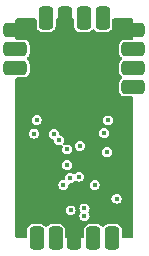
<source format=gbr>
%TF.GenerationSoftware,KiCad,Pcbnew,7.0.8*%
%TF.CreationDate,2024-02-17T11:30:39+00:00*%
%TF.ProjectId,uCoilDriver_I2C,75436f69-6c44-4726-9976-65725f493243,rev?*%
%TF.SameCoordinates,Original*%
%TF.FileFunction,Copper,L2,Inr*%
%TF.FilePolarity,Positive*%
%FSLAX46Y46*%
G04 Gerber Fmt 4.6, Leading zero omitted, Abs format (unit mm)*
G04 Created by KiCad (PCBNEW 7.0.8) date 2024-02-17 11:30:39*
%MOMM*%
%LPD*%
G01*
G04 APERTURE LIST*
G04 Aperture macros list*
%AMRoundRect*
0 Rectangle with rounded corners*
0 $1 Rounding radius*
0 $2 $3 $4 $5 $6 $7 $8 $9 X,Y pos of 4 corners*
0 Add a 4 corners polygon primitive as box body*
4,1,4,$2,$3,$4,$5,$6,$7,$8,$9,$2,$3,0*
0 Add four circle primitives for the rounded corners*
1,1,$1+$1,$2,$3*
1,1,$1+$1,$4,$5*
1,1,$1+$1,$6,$7*
1,1,$1+$1,$8,$9*
0 Add four rect primitives between the rounded corners*
20,1,$1+$1,$2,$3,$4,$5,0*
20,1,$1+$1,$4,$5,$6,$7,0*
20,1,$1+$1,$6,$7,$8,$9,0*
20,1,$1+$1,$8,$9,$2,$3,0*%
G04 Aperture macros list end*
%TA.AperFunction,CastellatedPad*%
%ADD10RoundRect,0.300000X-0.300000X-0.700000X0.300000X-0.700000X0.300000X0.700000X-0.300000X0.700000X0*%
%TD*%
%TA.AperFunction,CastellatedPad*%
%ADD11RoundRect,0.300000X-0.700000X0.300000X-0.700000X-0.300000X0.700000X-0.300000X0.700000X0.300000X0*%
%TD*%
%TA.AperFunction,CastellatedPad*%
%ADD12RoundRect,0.300000X0.700000X-0.300000X0.700000X0.300000X-0.700000X0.300000X-0.700000X-0.300000X0*%
%TD*%
%TA.AperFunction,CastellatedPad*%
%ADD13RoundRect,0.300000X0.300000X0.700000X-0.300000X0.700000X-0.300000X-0.700000X0.300000X-0.700000X0*%
%TD*%
%TA.AperFunction,ViaPad*%
%ADD14C,0.450000*%
%TD*%
%TA.AperFunction,ViaPad*%
%ADD15C,0.440000*%
%TD*%
G04 APERTURE END LIST*
D10*
%TO.N,GND*%
%TO.C,TP2*%
X75699800Y-81550000D03*
%TD*%
D11*
%TO.N,/NRST*%
%TO.C,TP6*%
X81500000Y-87400400D03*
%TD*%
%TO.N,/I2C1_SDA*%
%TO.C,*%
X71500000Y-85800200D03*
%TD*%
%TO.N,/I2C1_SDA*%
%TO.C,TP7*%
X81500000Y-85800200D03*
%TD*%
D10*
%TO.N,/OUT1*%
%TO.C,TP13*%
X73299600Y-100200000D03*
%TD*%
D12*
%TO.N,/I2C1_SCL*%
%TO.C,TP8*%
X81500000Y-84200000D03*
%TD*%
%TO.N,/I2C1_SCL*%
%TO.C,*%
X71500000Y-84200000D03*
%TD*%
D10*
%TO.N,GND*%
%TO.C,TP15*%
X76500000Y-100200000D03*
%TD*%
%TO.N,/ADC_IN*%
%TO.C,TP17*%
X78100200Y-100200000D03*
%TD*%
%TO.N,/OUT2*%
%TO.C,TP14*%
X74899800Y-100200000D03*
%TD*%
D12*
%TO.N,GND*%
%TO.C,TP11*%
X81500000Y-82600000D03*
%TD*%
D10*
%TO.N,/SWDIO*%
%TO.C,TP12*%
X78900000Y-81550000D03*
%TD*%
D13*
%TO.N,/SWCLK*%
%TO.C,TP3*%
X77300000Y-81550000D03*
%TD*%
D12*
%TO.N,GND*%
%TO.C,*%
X71500000Y-82600000D03*
%TD*%
D10*
%TO.N,+12V*%
%TO.C,TP1*%
X74099600Y-81550000D03*
%TD*%
%TO.N,+3.3V*%
%TO.C,TP16*%
X79699600Y-100200000D03*
%TD*%
D14*
%TO.N,/NRST*%
X79335589Y-90235589D03*
X76962862Y-92385311D03*
%TO.N,GND*%
X78960251Y-86349700D03*
X76908240Y-83650500D03*
X80014411Y-90914411D03*
X78724500Y-87400000D03*
X78850500Y-88163400D03*
X72920000Y-96390000D03*
X76175000Y-88250000D03*
X72900000Y-92475000D03*
X77536664Y-94074433D03*
X73590000Y-96390000D03*
X76323774Y-96973450D03*
X78549500Y-94370000D03*
X75300000Y-88350000D03*
X80217605Y-91974153D03*
X74260000Y-96390000D03*
X78811630Y-94810255D03*
X75381142Y-96818372D03*
X74925000Y-88100000D03*
X72920000Y-95720000D03*
X75460000Y-91060000D03*
X79846725Y-91603275D03*
X79650000Y-83450000D03*
X77840000Y-97160000D03*
X78900000Y-84975000D03*
X78600000Y-83575000D03*
X74850000Y-96474500D03*
X79600000Y-84925000D03*
X73875000Y-94937500D03*
X76725000Y-96583500D03*
X77320000Y-96820000D03*
X77160000Y-85180000D03*
X79180000Y-97240000D03*
X78590000Y-97250000D03*
X78724500Y-86824027D03*
X78835462Y-88746720D03*
X75875000Y-96583500D03*
X73590000Y-95720000D03*
X75475000Y-85000000D03*
%TO.N,/PA2_IPROPI*%
X79025000Y-91300000D03*
X78211188Y-95711013D03*
%TO.N,/I2C1_SCL*%
X75862862Y-92691470D03*
%TO.N,/I2C1_SDA*%
X75895714Y-94010500D03*
%TO.N,/SWDIO*%
X73300500Y-90200000D03*
%TO.N,/SWCLK*%
X73050000Y-91350000D03*
%TO.N,/ADC_IN*%
X79264477Y-92935523D03*
%TO.N,Net-(U1-VREF)*%
X75565511Y-95706584D03*
X80065500Y-96860000D03*
%TO.N,/TIM2_CH2*%
X75172249Y-91914194D03*
X76872584Y-94997415D03*
%TO.N,/TIM2_CH1*%
X74774177Y-91400976D03*
X76141503Y-95132587D03*
%TO.N,/OUT2*%
X77351771Y-97694958D03*
X77350000Y-98320000D03*
D15*
%TO.N,/OUT1*%
X76175000Y-97858000D03*
%TD*%
%TA.AperFunction,Conductor*%
%TO.N,GND*%
G36*
X73242140Y-81619685D02*
G01*
X73287895Y-81672489D01*
X73299101Y-81724000D01*
X73299101Y-82297876D01*
X73305508Y-82357483D01*
X73355802Y-82492328D01*
X73355806Y-82492335D01*
X73442052Y-82607544D01*
X73442055Y-82607547D01*
X73557264Y-82693793D01*
X73557271Y-82693797D01*
X73602218Y-82710561D01*
X73692117Y-82744091D01*
X73751727Y-82750500D01*
X74447472Y-82750499D01*
X74507083Y-82744091D01*
X74641931Y-82693796D01*
X74757146Y-82607546D01*
X74843396Y-82492331D01*
X74893691Y-82357483D01*
X74900100Y-82297873D01*
X74900100Y-81724000D01*
X74919785Y-81656961D01*
X74972589Y-81611206D01*
X75024100Y-81600000D01*
X76375501Y-81600000D01*
X76442540Y-81619685D01*
X76488295Y-81672489D01*
X76499501Y-81724000D01*
X76499501Y-82297876D01*
X76505908Y-82357483D01*
X76556202Y-82492328D01*
X76556206Y-82492335D01*
X76642452Y-82607544D01*
X76642455Y-82607547D01*
X76757664Y-82693793D01*
X76757671Y-82693797D01*
X76802618Y-82710561D01*
X76892517Y-82744091D01*
X76952127Y-82750500D01*
X77647872Y-82750499D01*
X77707483Y-82744091D01*
X77842331Y-82693796D01*
X77957546Y-82607546D01*
X78000734Y-82549854D01*
X78056667Y-82507984D01*
X78126359Y-82503000D01*
X78187682Y-82536485D01*
X78199263Y-82549850D01*
X78242454Y-82607546D01*
X78288643Y-82642123D01*
X78357664Y-82693793D01*
X78357671Y-82693797D01*
X78402618Y-82710561D01*
X78492517Y-82744091D01*
X78552127Y-82750500D01*
X79247872Y-82750499D01*
X79307483Y-82744091D01*
X79442331Y-82693796D01*
X79557546Y-82607546D01*
X79643796Y-82492331D01*
X79694091Y-82357483D01*
X79700500Y-82297873D01*
X79700500Y-81724000D01*
X79720185Y-81656961D01*
X79772989Y-81611206D01*
X79824500Y-81600000D01*
X81376000Y-81600000D01*
X81443039Y-81619685D01*
X81488794Y-81672489D01*
X81500000Y-81724000D01*
X81500000Y-83275500D01*
X81480315Y-83342539D01*
X81427511Y-83388294D01*
X81376000Y-83399500D01*
X80752129Y-83399500D01*
X80752123Y-83399501D01*
X80692516Y-83405908D01*
X80557671Y-83456202D01*
X80557664Y-83456206D01*
X80442455Y-83542452D01*
X80442452Y-83542455D01*
X80356206Y-83657664D01*
X80356202Y-83657671D01*
X80305910Y-83792513D01*
X80305909Y-83792517D01*
X80299500Y-83852127D01*
X80299500Y-83852134D01*
X80299500Y-83852135D01*
X80299500Y-84547870D01*
X80299501Y-84547876D01*
X80305908Y-84607483D01*
X80356202Y-84742328D01*
X80356206Y-84742335D01*
X80442452Y-84857544D01*
X80442453Y-84857544D01*
X80442454Y-84857546D01*
X80485071Y-84889449D01*
X80500279Y-84900834D01*
X80542149Y-84956768D01*
X80547133Y-85026460D01*
X80513647Y-85087782D01*
X80500279Y-85099366D01*
X80442452Y-85142655D01*
X80356206Y-85257864D01*
X80356202Y-85257871D01*
X80305910Y-85392713D01*
X80305909Y-85392717D01*
X80299500Y-85452327D01*
X80299500Y-85452334D01*
X80299500Y-85452335D01*
X80299500Y-86148070D01*
X80299501Y-86148076D01*
X80305908Y-86207683D01*
X80356202Y-86342528D01*
X80356206Y-86342535D01*
X80442452Y-86457744D01*
X80442453Y-86457744D01*
X80442454Y-86457746D01*
X80485071Y-86489649D01*
X80500279Y-86501034D01*
X80542149Y-86556968D01*
X80547133Y-86626660D01*
X80513647Y-86687982D01*
X80500279Y-86699566D01*
X80442452Y-86742855D01*
X80356206Y-86858064D01*
X80356202Y-86858071D01*
X80305910Y-86992913D01*
X80305909Y-86992917D01*
X80299500Y-87052527D01*
X80299500Y-87052534D01*
X80299500Y-87052535D01*
X80299500Y-87748270D01*
X80299501Y-87748276D01*
X80305908Y-87807883D01*
X80356202Y-87942728D01*
X80356206Y-87942735D01*
X80442452Y-88057944D01*
X80442455Y-88057947D01*
X80557664Y-88144193D01*
X80557671Y-88144197D01*
X80602618Y-88160961D01*
X80692517Y-88194491D01*
X80752127Y-88200900D01*
X81376000Y-88200899D01*
X81443039Y-88220583D01*
X81488794Y-88273387D01*
X81500000Y-88324899D01*
X81500000Y-100071500D01*
X81480315Y-100138539D01*
X81427511Y-100184294D01*
X81376000Y-100195500D01*
X80624099Y-100195500D01*
X80557060Y-100175815D01*
X80511305Y-100123011D01*
X80500099Y-100071500D01*
X80500099Y-99452129D01*
X80500098Y-99452123D01*
X80500097Y-99452116D01*
X80493691Y-99392517D01*
X80443396Y-99257669D01*
X80443395Y-99257668D01*
X80443393Y-99257664D01*
X80357147Y-99142455D01*
X80357144Y-99142452D01*
X80241935Y-99056206D01*
X80241928Y-99056202D01*
X80107086Y-99005910D01*
X80107085Y-99005909D01*
X80107083Y-99005909D01*
X80047473Y-98999500D01*
X80047463Y-98999500D01*
X79351729Y-98999500D01*
X79351723Y-98999501D01*
X79292116Y-99005908D01*
X79157271Y-99056202D01*
X79157264Y-99056206D01*
X79042055Y-99142452D01*
X79042052Y-99142455D01*
X78999166Y-99199744D01*
X78943232Y-99241615D01*
X78873541Y-99246599D01*
X78812218Y-99213113D01*
X78800634Y-99199744D01*
X78757747Y-99142455D01*
X78757744Y-99142452D01*
X78642535Y-99056206D01*
X78642528Y-99056202D01*
X78507686Y-99005910D01*
X78507685Y-99005909D01*
X78507683Y-99005909D01*
X78448073Y-98999500D01*
X78448063Y-98999500D01*
X77752329Y-98999500D01*
X77752323Y-98999501D01*
X77692716Y-99005908D01*
X77557871Y-99056202D01*
X77557864Y-99056206D01*
X77442655Y-99142452D01*
X77442652Y-99142455D01*
X77356406Y-99257664D01*
X77356402Y-99257671D01*
X77306108Y-99392517D01*
X77299701Y-99452116D01*
X77299701Y-99452123D01*
X77299700Y-99452135D01*
X77299700Y-100071500D01*
X77280015Y-100138539D01*
X77227211Y-100184294D01*
X77175700Y-100195500D01*
X75824299Y-100195500D01*
X75757260Y-100175815D01*
X75711505Y-100123011D01*
X75700299Y-100071500D01*
X75700299Y-99452129D01*
X75700298Y-99452123D01*
X75700297Y-99452116D01*
X75693891Y-99392517D01*
X75643596Y-99257669D01*
X75643595Y-99257668D01*
X75643593Y-99257664D01*
X75557347Y-99142455D01*
X75557344Y-99142452D01*
X75442135Y-99056206D01*
X75442128Y-99056202D01*
X75307286Y-99005910D01*
X75307285Y-99005909D01*
X75307283Y-99005909D01*
X75247673Y-98999500D01*
X75247663Y-98999500D01*
X74551929Y-98999500D01*
X74551923Y-98999501D01*
X74492316Y-99005908D01*
X74357471Y-99056202D01*
X74357464Y-99056206D01*
X74242255Y-99142452D01*
X74198966Y-99200279D01*
X74143032Y-99242149D01*
X74073340Y-99247133D01*
X74012018Y-99213647D01*
X74000434Y-99200279D01*
X73989049Y-99185071D01*
X73957146Y-99142454D01*
X73957144Y-99142453D01*
X73957144Y-99142452D01*
X73841935Y-99056206D01*
X73841928Y-99056202D01*
X73707086Y-99005910D01*
X73707085Y-99005909D01*
X73707083Y-99005909D01*
X73647473Y-98999500D01*
X73647463Y-98999500D01*
X72951729Y-98999500D01*
X72951723Y-98999501D01*
X72892116Y-99005908D01*
X72757271Y-99056202D01*
X72757264Y-99056206D01*
X72642055Y-99142452D01*
X72642052Y-99142455D01*
X72555806Y-99257664D01*
X72555802Y-99257671D01*
X72505508Y-99392517D01*
X72499101Y-99452116D01*
X72499101Y-99452123D01*
X72499100Y-99452135D01*
X72499100Y-100071500D01*
X72479415Y-100138539D01*
X72426611Y-100184294D01*
X72375100Y-100195500D01*
X71626129Y-100195500D01*
X71559090Y-100175815D01*
X71513335Y-100123011D01*
X71502129Y-100071471D01*
X71502277Y-99448411D01*
X71502544Y-98320002D01*
X76919196Y-98320002D01*
X76940279Y-98453121D01*
X76940280Y-98453124D01*
X76940281Y-98453126D01*
X77001472Y-98573220D01*
X77001473Y-98573221D01*
X77001476Y-98573225D01*
X77096774Y-98668523D01*
X77096778Y-98668526D01*
X77096780Y-98668528D01*
X77216874Y-98729719D01*
X77216876Y-98729719D01*
X77216878Y-98729720D01*
X77349998Y-98750804D01*
X77350000Y-98750804D01*
X77350002Y-98750804D01*
X77483121Y-98729720D01*
X77483121Y-98729719D01*
X77483126Y-98729719D01*
X77603220Y-98668528D01*
X77698528Y-98573220D01*
X77759719Y-98453126D01*
X77780804Y-98320000D01*
X77775061Y-98283742D01*
X77759720Y-98186878D01*
X77759719Y-98186876D01*
X77759719Y-98186874D01*
X77698528Y-98066780D01*
X77698527Y-98066779D01*
X77697881Y-98065511D01*
X77684985Y-97996841D01*
X77697881Y-97952921D01*
X77700296Y-97948180D01*
X77700299Y-97948178D01*
X77761490Y-97828084D01*
X77761491Y-97828079D01*
X77782575Y-97694960D01*
X77782575Y-97694955D01*
X77761491Y-97561836D01*
X77761490Y-97561834D01*
X77761490Y-97561832D01*
X77700299Y-97441738D01*
X77700297Y-97441736D01*
X77700294Y-97441732D01*
X77604996Y-97346434D01*
X77604992Y-97346431D01*
X77604991Y-97346430D01*
X77484897Y-97285239D01*
X77484895Y-97285238D01*
X77484892Y-97285237D01*
X77351773Y-97264154D01*
X77351769Y-97264154D01*
X77218649Y-97285237D01*
X77098549Y-97346431D01*
X77098545Y-97346434D01*
X77003247Y-97441732D01*
X77003244Y-97441736D01*
X76942050Y-97561836D01*
X76920967Y-97694955D01*
X76920967Y-97694960D01*
X76942050Y-97828081D01*
X77003889Y-97949447D01*
X77016785Y-98018116D01*
X77003889Y-98062035D01*
X76940279Y-98186876D01*
X76919196Y-98319997D01*
X76919196Y-98320002D01*
X71502544Y-98320002D01*
X71502653Y-97858003D01*
X75749258Y-97858003D01*
X75770093Y-97989557D01*
X75770093Y-97989558D01*
X75830568Y-98108246D01*
X75830571Y-98108250D01*
X75924749Y-98202428D01*
X75924753Y-98202431D01*
X75924755Y-98202433D01*
X76043438Y-98262905D01*
X76043440Y-98262905D01*
X76043442Y-98262906D01*
X76174997Y-98283742D01*
X76175000Y-98283742D01*
X76175003Y-98283742D01*
X76306557Y-98262906D01*
X76306558Y-98262906D01*
X76306559Y-98262905D01*
X76306562Y-98262905D01*
X76425245Y-98202433D01*
X76519433Y-98108245D01*
X76579905Y-97989562D01*
X76579906Y-97989557D01*
X76600742Y-97858003D01*
X76600742Y-97857996D01*
X76579906Y-97726442D01*
X76579906Y-97726441D01*
X76579905Y-97726439D01*
X76579905Y-97726438D01*
X76519433Y-97607755D01*
X76519431Y-97607753D01*
X76519428Y-97607749D01*
X76425250Y-97513571D01*
X76425246Y-97513568D01*
X76425245Y-97513567D01*
X76306562Y-97453095D01*
X76306560Y-97453094D01*
X76306557Y-97453093D01*
X76175003Y-97432258D01*
X76174997Y-97432258D01*
X76043442Y-97453093D01*
X76043441Y-97453093D01*
X75924753Y-97513568D01*
X75924749Y-97513571D01*
X75830571Y-97607749D01*
X75830568Y-97607753D01*
X75770093Y-97726441D01*
X75770093Y-97726442D01*
X75749258Y-97857996D01*
X75749258Y-97858003D01*
X71502653Y-97858003D01*
X71502889Y-96860002D01*
X79634696Y-96860002D01*
X79655779Y-96993121D01*
X79655780Y-96993124D01*
X79655781Y-96993126D01*
X79716972Y-97113220D01*
X79716973Y-97113221D01*
X79716976Y-97113225D01*
X79812274Y-97208523D01*
X79812278Y-97208526D01*
X79812280Y-97208528D01*
X79932374Y-97269719D01*
X79932376Y-97269719D01*
X79932378Y-97269720D01*
X80065498Y-97290804D01*
X80065500Y-97290804D01*
X80065502Y-97290804D01*
X80198621Y-97269720D01*
X80198621Y-97269719D01*
X80198626Y-97269719D01*
X80318720Y-97208528D01*
X80414028Y-97113220D01*
X80475219Y-96993126D01*
X80496304Y-96860000D01*
X80475219Y-96726874D01*
X80414028Y-96606780D01*
X80414026Y-96606778D01*
X80414023Y-96606774D01*
X80318725Y-96511476D01*
X80318721Y-96511473D01*
X80318720Y-96511472D01*
X80198626Y-96450281D01*
X80198624Y-96450280D01*
X80198621Y-96450279D01*
X80065502Y-96429196D01*
X80065498Y-96429196D01*
X79932378Y-96450279D01*
X79812278Y-96511473D01*
X79812274Y-96511476D01*
X79716976Y-96606774D01*
X79716973Y-96606778D01*
X79655779Y-96726878D01*
X79634696Y-96859997D01*
X79634696Y-96860002D01*
X71502889Y-96860002D01*
X71503162Y-95706586D01*
X75134707Y-95706586D01*
X75155790Y-95839705D01*
X75155791Y-95839708D01*
X75155792Y-95839710D01*
X75158049Y-95844139D01*
X75216984Y-95959805D01*
X75216987Y-95959809D01*
X75312285Y-96055107D01*
X75312289Y-96055110D01*
X75312291Y-96055112D01*
X75432385Y-96116303D01*
X75432387Y-96116303D01*
X75432389Y-96116304D01*
X75565509Y-96137388D01*
X75565511Y-96137388D01*
X75565513Y-96137388D01*
X75698632Y-96116304D01*
X75698632Y-96116303D01*
X75698637Y-96116303D01*
X75818731Y-96055112D01*
X75914039Y-95959804D01*
X75975230Y-95839710D01*
X75975231Y-95839705D01*
X75995614Y-95711015D01*
X77780384Y-95711015D01*
X77801467Y-95844134D01*
X77801468Y-95844137D01*
X77801469Y-95844139D01*
X77860404Y-95959805D01*
X77862661Y-95964234D01*
X77862664Y-95964238D01*
X77957962Y-96059536D01*
X77957966Y-96059539D01*
X77957968Y-96059541D01*
X78078062Y-96120732D01*
X78078064Y-96120732D01*
X78078066Y-96120733D01*
X78211186Y-96141817D01*
X78211188Y-96141817D01*
X78211190Y-96141817D01*
X78344309Y-96120733D01*
X78344309Y-96120732D01*
X78344314Y-96120732D01*
X78464408Y-96059541D01*
X78559716Y-95964233D01*
X78620907Y-95844139D01*
X78620908Y-95844134D01*
X78641992Y-95711015D01*
X78641992Y-95711010D01*
X78620908Y-95577891D01*
X78620907Y-95577889D01*
X78620907Y-95577887D01*
X78559716Y-95457793D01*
X78559714Y-95457791D01*
X78559711Y-95457787D01*
X78464413Y-95362489D01*
X78464409Y-95362486D01*
X78464408Y-95362485D01*
X78344314Y-95301294D01*
X78344312Y-95301293D01*
X78344309Y-95301292D01*
X78211190Y-95280209D01*
X78211186Y-95280209D01*
X78078066Y-95301292D01*
X77957966Y-95362486D01*
X77957962Y-95362489D01*
X77862664Y-95457787D01*
X77862661Y-95457791D01*
X77801467Y-95577891D01*
X77780384Y-95711010D01*
X77780384Y-95711015D01*
X75995614Y-95711015D01*
X75996315Y-95706586D01*
X75996315Y-95706584D01*
X75996015Y-95704691D01*
X75996315Y-95702369D01*
X75996315Y-95696825D01*
X75997031Y-95696825D01*
X76004969Y-95635397D01*
X76049964Y-95581945D01*
X76116715Y-95561304D01*
X76137881Y-95562817D01*
X76141503Y-95563391D01*
X76236831Y-95548292D01*
X76274624Y-95542307D01*
X76274624Y-95542306D01*
X76274629Y-95542306D01*
X76394723Y-95481115D01*
X76490031Y-95385807D01*
X76490031Y-95385805D01*
X76496389Y-95379448D01*
X76557712Y-95345962D01*
X76627403Y-95350946D01*
X76640350Y-95356636D01*
X76739458Y-95407134D01*
X76739460Y-95407134D01*
X76739462Y-95407135D01*
X76872582Y-95428219D01*
X76872584Y-95428219D01*
X76872586Y-95428219D01*
X77005705Y-95407135D01*
X77005705Y-95407134D01*
X77005710Y-95407134D01*
X77125804Y-95345943D01*
X77221112Y-95250635D01*
X77282303Y-95130541D01*
X77282304Y-95130536D01*
X77303388Y-94997417D01*
X77303388Y-94997412D01*
X77282304Y-94864293D01*
X77282303Y-94864291D01*
X77282303Y-94864289D01*
X77221112Y-94744195D01*
X77221110Y-94744193D01*
X77221107Y-94744189D01*
X77125809Y-94648891D01*
X77125805Y-94648888D01*
X77125804Y-94648887D01*
X77005710Y-94587696D01*
X77005708Y-94587695D01*
X77005705Y-94587694D01*
X76872586Y-94566611D01*
X76872582Y-94566611D01*
X76739462Y-94587694D01*
X76619362Y-94648888D01*
X76517695Y-94750555D01*
X76456372Y-94784039D01*
X76386680Y-94779055D01*
X76373734Y-94773364D01*
X76274629Y-94722868D01*
X76274627Y-94722867D01*
X76274624Y-94722866D01*
X76141505Y-94701783D01*
X76141501Y-94701783D01*
X76008381Y-94722866D01*
X75888281Y-94784060D01*
X75888277Y-94784063D01*
X75792979Y-94879361D01*
X75792976Y-94879365D01*
X75792975Y-94879367D01*
X75732826Y-94997417D01*
X75731782Y-94999465D01*
X75710699Y-95132584D01*
X75710699Y-95132593D01*
X75710999Y-95134488D01*
X75710699Y-95136808D01*
X75710699Y-95142346D01*
X75709983Y-95142346D01*
X75702041Y-95203781D01*
X75657042Y-95257230D01*
X75590289Y-95277866D01*
X75569131Y-95276353D01*
X75565513Y-95275780D01*
X75565509Y-95275780D01*
X75432389Y-95296863D01*
X75312289Y-95358057D01*
X75312285Y-95358060D01*
X75216987Y-95453358D01*
X75216984Y-95453362D01*
X75155790Y-95573462D01*
X75134707Y-95706581D01*
X75134707Y-95706586D01*
X71503162Y-95706586D01*
X71503563Y-94010502D01*
X75464910Y-94010502D01*
X75485993Y-94143621D01*
X75485994Y-94143624D01*
X75485995Y-94143626D01*
X75547186Y-94263720D01*
X75547187Y-94263721D01*
X75547190Y-94263725D01*
X75642488Y-94359023D01*
X75642492Y-94359026D01*
X75642494Y-94359028D01*
X75762588Y-94420219D01*
X75762590Y-94420219D01*
X75762592Y-94420220D01*
X75895712Y-94441304D01*
X75895714Y-94441304D01*
X75895716Y-94441304D01*
X76028835Y-94420220D01*
X76028835Y-94420219D01*
X76028840Y-94420219D01*
X76148934Y-94359028D01*
X76244242Y-94263720D01*
X76305433Y-94143626D01*
X76326518Y-94010500D01*
X76305433Y-93877374D01*
X76244242Y-93757280D01*
X76244240Y-93757278D01*
X76244237Y-93757274D01*
X76148939Y-93661976D01*
X76148935Y-93661973D01*
X76148934Y-93661972D01*
X76028840Y-93600781D01*
X76028838Y-93600780D01*
X76028835Y-93600779D01*
X75895716Y-93579696D01*
X75895712Y-93579696D01*
X75762592Y-93600779D01*
X75642492Y-93661973D01*
X75642488Y-93661976D01*
X75547190Y-93757274D01*
X75547187Y-93757278D01*
X75485993Y-93877378D01*
X75464910Y-94010497D01*
X75464910Y-94010502D01*
X71503563Y-94010502D01*
X71503958Y-92342942D01*
X71504193Y-91350002D01*
X72619196Y-91350002D01*
X72640279Y-91483121D01*
X72640280Y-91483124D01*
X72640281Y-91483126D01*
X72701472Y-91603220D01*
X72701473Y-91603221D01*
X72701476Y-91603225D01*
X72796774Y-91698523D01*
X72796778Y-91698526D01*
X72796780Y-91698528D01*
X72916874Y-91759719D01*
X72916876Y-91759719D01*
X72916878Y-91759720D01*
X73049998Y-91780804D01*
X73050000Y-91780804D01*
X73050002Y-91780804D01*
X73183121Y-91759720D01*
X73183121Y-91759719D01*
X73183126Y-91759719D01*
X73303220Y-91698528D01*
X73398528Y-91603220D01*
X73459719Y-91483126D01*
X73472730Y-91400978D01*
X74343373Y-91400978D01*
X74364456Y-91534097D01*
X74364457Y-91534100D01*
X74364458Y-91534102D01*
X74425649Y-91654196D01*
X74425650Y-91654197D01*
X74425653Y-91654201D01*
X74520951Y-91749499D01*
X74520955Y-91749502D01*
X74520957Y-91749504D01*
X74641051Y-91810695D01*
X74641052Y-91810695D01*
X74641054Y-91810696D01*
X74650336Y-91813712D01*
X74649694Y-91815685D01*
X74701354Y-91840167D01*
X74738293Y-91899474D01*
X74741306Y-91913323D01*
X74762528Y-92047315D01*
X74762529Y-92047318D01*
X74762530Y-92047320D01*
X74815916Y-92152095D01*
X74823722Y-92167415D01*
X74823725Y-92167419D01*
X74919023Y-92262717D01*
X74919027Y-92262720D01*
X74919029Y-92262722D01*
X75039123Y-92323913D01*
X75039125Y-92323913D01*
X75039127Y-92323914D01*
X75172247Y-92344998D01*
X75172249Y-92344998D01*
X75172251Y-92344998D01*
X75305370Y-92323914D01*
X75305370Y-92323913D01*
X75305375Y-92323913D01*
X75326257Y-92313273D01*
X75394921Y-92300377D01*
X75459662Y-92326652D01*
X75499920Y-92383757D01*
X75502914Y-92453563D01*
X75493034Y-92480052D01*
X75453141Y-92558346D01*
X75432058Y-92691467D01*
X75432058Y-92691472D01*
X75453141Y-92824591D01*
X75453142Y-92824594D01*
X75453143Y-92824596D01*
X75514334Y-92944690D01*
X75514335Y-92944691D01*
X75514338Y-92944695D01*
X75609636Y-93039993D01*
X75609640Y-93039996D01*
X75609642Y-93039998D01*
X75729736Y-93101189D01*
X75729738Y-93101189D01*
X75729740Y-93101190D01*
X75862860Y-93122274D01*
X75862862Y-93122274D01*
X75862864Y-93122274D01*
X75995983Y-93101190D01*
X75995983Y-93101189D01*
X75995988Y-93101189D01*
X76116082Y-93039998D01*
X76211390Y-92944690D01*
X76216060Y-92935525D01*
X78833673Y-92935525D01*
X78854756Y-93068644D01*
X78854757Y-93068647D01*
X78854758Y-93068649D01*
X78915949Y-93188743D01*
X78915950Y-93188744D01*
X78915953Y-93188748D01*
X79011251Y-93284046D01*
X79011255Y-93284049D01*
X79011257Y-93284051D01*
X79131351Y-93345242D01*
X79131353Y-93345242D01*
X79131355Y-93345243D01*
X79264475Y-93366327D01*
X79264477Y-93366327D01*
X79264479Y-93366327D01*
X79397598Y-93345243D01*
X79397598Y-93345242D01*
X79397603Y-93345242D01*
X79517697Y-93284051D01*
X79613005Y-93188743D01*
X79674196Y-93068649D01*
X79678735Y-93039993D01*
X79695281Y-92935525D01*
X79695281Y-92935520D01*
X79674197Y-92802401D01*
X79674196Y-92802399D01*
X79674196Y-92802397D01*
X79613005Y-92682303D01*
X79613003Y-92682301D01*
X79613000Y-92682297D01*
X79517702Y-92586999D01*
X79517698Y-92586996D01*
X79517697Y-92586995D01*
X79397603Y-92525804D01*
X79397601Y-92525803D01*
X79397598Y-92525802D01*
X79264479Y-92504719D01*
X79264475Y-92504719D01*
X79131355Y-92525802D01*
X79011255Y-92586996D01*
X79011251Y-92586999D01*
X78915953Y-92682297D01*
X78915950Y-92682301D01*
X78854756Y-92802401D01*
X78833673Y-92935520D01*
X78833673Y-92935525D01*
X76216060Y-92935525D01*
X76272581Y-92824596D01*
X76273924Y-92816115D01*
X76293666Y-92691472D01*
X76293666Y-92691467D01*
X76272582Y-92558348D01*
X76272581Y-92558346D01*
X76272581Y-92558344D01*
X76211390Y-92438250D01*
X76211388Y-92438248D01*
X76211385Y-92438244D01*
X76158454Y-92385313D01*
X76532058Y-92385313D01*
X76553141Y-92518432D01*
X76553142Y-92518435D01*
X76553143Y-92518437D01*
X76614334Y-92638531D01*
X76614335Y-92638532D01*
X76614338Y-92638536D01*
X76709636Y-92733834D01*
X76709640Y-92733837D01*
X76709642Y-92733839D01*
X76829736Y-92795030D01*
X76829738Y-92795030D01*
X76829740Y-92795031D01*
X76962860Y-92816115D01*
X76962862Y-92816115D01*
X76962864Y-92816115D01*
X77095983Y-92795031D01*
X77095983Y-92795030D01*
X77095988Y-92795030D01*
X77216082Y-92733839D01*
X77311390Y-92638531D01*
X77372581Y-92518437D01*
X77382856Y-92453563D01*
X77393666Y-92385313D01*
X77393666Y-92385308D01*
X77372582Y-92252189D01*
X77372581Y-92252187D01*
X77372581Y-92252185D01*
X77311390Y-92132091D01*
X77311388Y-92132089D01*
X77311385Y-92132085D01*
X77216087Y-92036787D01*
X77216083Y-92036784D01*
X77216082Y-92036783D01*
X77095988Y-91975592D01*
X77095986Y-91975591D01*
X77095983Y-91975590D01*
X76962864Y-91954507D01*
X76962860Y-91954507D01*
X76829740Y-91975590D01*
X76709640Y-92036784D01*
X76709636Y-92036787D01*
X76614338Y-92132085D01*
X76614335Y-92132089D01*
X76614334Y-92132091D01*
X76568574Y-92221901D01*
X76553141Y-92252189D01*
X76532058Y-92385308D01*
X76532058Y-92385313D01*
X76158454Y-92385313D01*
X76116087Y-92342946D01*
X76116083Y-92342943D01*
X76116082Y-92342942D01*
X75995988Y-92281751D01*
X75995986Y-92281750D01*
X75995983Y-92281749D01*
X75862864Y-92260666D01*
X75862860Y-92260666D01*
X75729739Y-92281749D01*
X75708854Y-92292391D01*
X75640184Y-92305286D01*
X75575444Y-92279008D01*
X75535188Y-92221901D01*
X75532197Y-92152095D01*
X75542072Y-92125618D01*
X75581968Y-92047320D01*
X75603053Y-91914194D01*
X75602915Y-91913323D01*
X75581969Y-91781072D01*
X75581968Y-91781070D01*
X75581968Y-91781068D01*
X75520777Y-91660974D01*
X75520775Y-91660972D01*
X75520772Y-91660968D01*
X75425474Y-91565670D01*
X75425471Y-91565668D01*
X75425469Y-91565666D01*
X75343849Y-91524078D01*
X75305372Y-91504473D01*
X75296091Y-91501458D01*
X75296730Y-91499488D01*
X75245049Y-91474981D01*
X75208124Y-91415665D01*
X75205119Y-91401845D01*
X75188989Y-91300002D01*
X78594196Y-91300002D01*
X78615279Y-91433121D01*
X78615280Y-91433124D01*
X78615281Y-91433126D01*
X78666731Y-91534102D01*
X78676473Y-91553221D01*
X78676476Y-91553225D01*
X78771774Y-91648523D01*
X78771778Y-91648526D01*
X78771780Y-91648528D01*
X78891874Y-91709719D01*
X78891876Y-91709719D01*
X78891878Y-91709720D01*
X79024998Y-91730804D01*
X79025000Y-91730804D01*
X79025002Y-91730804D01*
X79158121Y-91709720D01*
X79158121Y-91709719D01*
X79158126Y-91709719D01*
X79278220Y-91648528D01*
X79373528Y-91553220D01*
X79434719Y-91433126D01*
X79437485Y-91415665D01*
X79455804Y-91300002D01*
X79455804Y-91299997D01*
X79434720Y-91166878D01*
X79434719Y-91166876D01*
X79434719Y-91166874D01*
X79373528Y-91046780D01*
X79373526Y-91046778D01*
X79373523Y-91046774D01*
X79278225Y-90951476D01*
X79278221Y-90951473D01*
X79278220Y-90951472D01*
X79158126Y-90890281D01*
X79158124Y-90890280D01*
X79158121Y-90890279D01*
X79025002Y-90869196D01*
X79024998Y-90869196D01*
X78891878Y-90890279D01*
X78771778Y-90951473D01*
X78771774Y-90951476D01*
X78676476Y-91046774D01*
X78676473Y-91046778D01*
X78615279Y-91166878D01*
X78594196Y-91299997D01*
X78594196Y-91300002D01*
X75188989Y-91300002D01*
X75183897Y-91267854D01*
X75183896Y-91267852D01*
X75183896Y-91267850D01*
X75122705Y-91147756D01*
X75122703Y-91147754D01*
X75122700Y-91147750D01*
X75027402Y-91052452D01*
X75027398Y-91052449D01*
X75027397Y-91052448D01*
X74907303Y-90991257D01*
X74907301Y-90991256D01*
X74907298Y-90991255D01*
X74774179Y-90970172D01*
X74774175Y-90970172D01*
X74641055Y-90991255D01*
X74520955Y-91052449D01*
X74520951Y-91052452D01*
X74425653Y-91147750D01*
X74425650Y-91147754D01*
X74364456Y-91267854D01*
X74343373Y-91400973D01*
X74343373Y-91400978D01*
X73472730Y-91400978D01*
X73480804Y-91350002D01*
X73480804Y-91349997D01*
X73459720Y-91216878D01*
X73459719Y-91216876D01*
X73459719Y-91216874D01*
X73398528Y-91096780D01*
X73398526Y-91096778D01*
X73398523Y-91096774D01*
X73303225Y-91001476D01*
X73303221Y-91001473D01*
X73303220Y-91001472D01*
X73183126Y-90940281D01*
X73183124Y-90940280D01*
X73183121Y-90940279D01*
X73050002Y-90919196D01*
X73049998Y-90919196D01*
X72916878Y-90940279D01*
X72916874Y-90940280D01*
X72916874Y-90940281D01*
X72894903Y-90951476D01*
X72796778Y-91001473D01*
X72796774Y-91001476D01*
X72701476Y-91096774D01*
X72701473Y-91096778D01*
X72640279Y-91216878D01*
X72619196Y-91349997D01*
X72619196Y-91350002D01*
X71504193Y-91350002D01*
X71504465Y-90200002D01*
X72869696Y-90200002D01*
X72890779Y-90333121D01*
X72890780Y-90333124D01*
X72890781Y-90333126D01*
X72908912Y-90368710D01*
X72951973Y-90453221D01*
X72951976Y-90453225D01*
X73047274Y-90548523D01*
X73047278Y-90548526D01*
X73047280Y-90548528D01*
X73167374Y-90609719D01*
X73167376Y-90609719D01*
X73167378Y-90609720D01*
X73300498Y-90630804D01*
X73300500Y-90630804D01*
X73300502Y-90630804D01*
X73433621Y-90609720D01*
X73433621Y-90609719D01*
X73433626Y-90609719D01*
X73553720Y-90548528D01*
X73649028Y-90453220D01*
X73710219Y-90333126D01*
X73725667Y-90235591D01*
X78904785Y-90235591D01*
X78925868Y-90368710D01*
X78925869Y-90368713D01*
X78925870Y-90368715D01*
X78987061Y-90488809D01*
X78987062Y-90488810D01*
X78987065Y-90488814D01*
X79082363Y-90584112D01*
X79082367Y-90584115D01*
X79082369Y-90584117D01*
X79202463Y-90645308D01*
X79202465Y-90645308D01*
X79202467Y-90645309D01*
X79335587Y-90666393D01*
X79335589Y-90666393D01*
X79335591Y-90666393D01*
X79468710Y-90645309D01*
X79468710Y-90645308D01*
X79468715Y-90645308D01*
X79588809Y-90584117D01*
X79684117Y-90488809D01*
X79745308Y-90368715D01*
X79766393Y-90235589D01*
X79760756Y-90200000D01*
X79745309Y-90102467D01*
X79745308Y-90102465D01*
X79745308Y-90102463D01*
X79684117Y-89982369D01*
X79684115Y-89982367D01*
X79684112Y-89982363D01*
X79588814Y-89887065D01*
X79588810Y-89887062D01*
X79588809Y-89887061D01*
X79468715Y-89825870D01*
X79468713Y-89825869D01*
X79468710Y-89825868D01*
X79335591Y-89804785D01*
X79335587Y-89804785D01*
X79202467Y-89825868D01*
X79082367Y-89887062D01*
X79082363Y-89887065D01*
X78987065Y-89982363D01*
X78987062Y-89982367D01*
X78925868Y-90102467D01*
X78904785Y-90235586D01*
X78904785Y-90235591D01*
X73725667Y-90235591D01*
X73731304Y-90200002D01*
X73731304Y-90199997D01*
X73710220Y-90066878D01*
X73710219Y-90066876D01*
X73710219Y-90066874D01*
X73649028Y-89946780D01*
X73649026Y-89946778D01*
X73649023Y-89946774D01*
X73553725Y-89851476D01*
X73553721Y-89851473D01*
X73553720Y-89851472D01*
X73433626Y-89790281D01*
X73433624Y-89790280D01*
X73433621Y-89790279D01*
X73300502Y-89769196D01*
X73300498Y-89769196D01*
X73167378Y-89790279D01*
X73047278Y-89851473D01*
X73047274Y-89851476D01*
X72951976Y-89946774D01*
X72951973Y-89946778D01*
X72890779Y-90066878D01*
X72869696Y-90199997D01*
X72869696Y-90200002D01*
X71504465Y-90200002D01*
X71505287Y-86724670D01*
X71524987Y-86657635D01*
X71577802Y-86611892D01*
X71629287Y-86600699D01*
X72247871Y-86600699D01*
X72247872Y-86600699D01*
X72307483Y-86594291D01*
X72442331Y-86543996D01*
X72557546Y-86457746D01*
X72643796Y-86342531D01*
X72694091Y-86207683D01*
X72700500Y-86148073D01*
X72700499Y-85452328D01*
X72694091Y-85392717D01*
X72643796Y-85257869D01*
X72643795Y-85257868D01*
X72643793Y-85257864D01*
X72557547Y-85142656D01*
X72557548Y-85142656D01*
X72557546Y-85142654D01*
X72499719Y-85099365D01*
X72457850Y-85043433D01*
X72452866Y-84973741D01*
X72486351Y-84912418D01*
X72499714Y-84900839D01*
X72557546Y-84857546D01*
X72643796Y-84742331D01*
X72694091Y-84607483D01*
X72700500Y-84547873D01*
X72700499Y-83852128D01*
X72694091Y-83792517D01*
X72643796Y-83657669D01*
X72643795Y-83657668D01*
X72643793Y-83657664D01*
X72557547Y-83542455D01*
X72557544Y-83542452D01*
X72442335Y-83456206D01*
X72442328Y-83456202D01*
X72307482Y-83405908D01*
X72307483Y-83405908D01*
X72247883Y-83399501D01*
X72247881Y-83399500D01*
X72247873Y-83399500D01*
X72247865Y-83399500D01*
X71630102Y-83399500D01*
X71563063Y-83379815D01*
X71517308Y-83327011D01*
X71506102Y-83275471D01*
X71506261Y-82607547D01*
X71506470Y-81723971D01*
X71526170Y-81656936D01*
X71578985Y-81611193D01*
X71630470Y-81600000D01*
X73175101Y-81600000D01*
X73242140Y-81619685D01*
G37*
%TD.AperFunction*%
%TD*%
M02*

</source>
